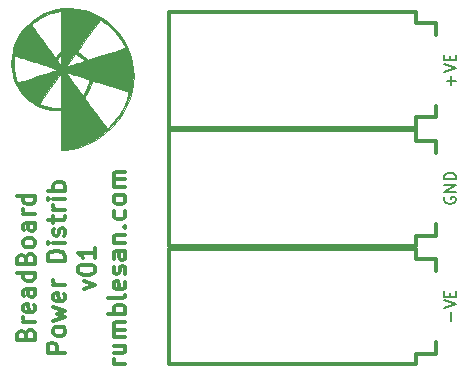
<source format=gto>
%TF.GenerationSoftware,KiCad,Pcbnew,(5.1.8-0-10_14)*%
%TF.CreationDate,2021-06-26T19:18:40+01:00*%
%TF.ProjectId,breadboard-power-distrib,62726561-6462-46f6-9172-642d706f7765,v01*%
%TF.SameCoordinates,Original*%
%TF.FileFunction,Legend,Top*%
%TF.FilePolarity,Positive*%
%FSLAX46Y46*%
G04 Gerber Fmt 4.6, Leading zero omitted, Abs format (unit mm)*
G04 Created by KiCad (PCBNEW (5.1.8-0-10_14)) date 2021-06-26 19:18:40*
%MOMM*%
%LPD*%
G01*
G04 APERTURE LIST*
%ADD10C,0.150000*%
%ADD11C,0.300000*%
%ADD12C,0.010000*%
G04 APERTURE END LIST*
D10*
X117821428Y-83761904D02*
X117821428Y-83000000D01*
X117202380Y-82666666D02*
X118202380Y-82333333D01*
X117202380Y-82000000D01*
X117678571Y-81666666D02*
X117678571Y-81333333D01*
X118202380Y-81190476D02*
X118202380Y-81666666D01*
X117202380Y-81666666D01*
X117202380Y-81190476D01*
X117250000Y-73261904D02*
X117202380Y-73357142D01*
X117202380Y-73500000D01*
X117250000Y-73642857D01*
X117345238Y-73738095D01*
X117440476Y-73785714D01*
X117630952Y-73833333D01*
X117773809Y-73833333D01*
X117964285Y-73785714D01*
X118059523Y-73738095D01*
X118154761Y-73642857D01*
X118202380Y-73500000D01*
X118202380Y-73404761D01*
X118154761Y-73261904D01*
X118107142Y-73214285D01*
X117773809Y-73214285D01*
X117773809Y-73404761D01*
X118202380Y-72785714D02*
X117202380Y-72785714D01*
X118202380Y-72214285D01*
X117202380Y-72214285D01*
X118202380Y-71738095D02*
X117202380Y-71738095D01*
X117202380Y-71500000D01*
X117250000Y-71357142D01*
X117345238Y-71261904D01*
X117440476Y-71214285D01*
X117630952Y-71166666D01*
X117773809Y-71166666D01*
X117964285Y-71214285D01*
X118059523Y-71261904D01*
X118154761Y-71357142D01*
X118202380Y-71500000D01*
X118202380Y-71738095D01*
X117821428Y-63761904D02*
X117821428Y-63000000D01*
X118202380Y-63380952D02*
X117440476Y-63380952D01*
X117202380Y-62666666D02*
X118202380Y-62333333D01*
X117202380Y-62000000D01*
X117678571Y-61666666D02*
X117678571Y-61333333D01*
X118202380Y-61190476D02*
X118202380Y-61666666D01*
X117202380Y-61666666D01*
X117202380Y-61190476D01*
D11*
X81792857Y-84857142D02*
X81864285Y-84642857D01*
X81935714Y-84571428D01*
X82078571Y-84500000D01*
X82292857Y-84500000D01*
X82435714Y-84571428D01*
X82507142Y-84642857D01*
X82578571Y-84785714D01*
X82578571Y-85357142D01*
X81078571Y-85357142D01*
X81078571Y-84857142D01*
X81150000Y-84714285D01*
X81221428Y-84642857D01*
X81364285Y-84571428D01*
X81507142Y-84571428D01*
X81650000Y-84642857D01*
X81721428Y-84714285D01*
X81792857Y-84857142D01*
X81792857Y-85357142D01*
X82578571Y-83857142D02*
X81578571Y-83857142D01*
X81864285Y-83857142D02*
X81721428Y-83785714D01*
X81650000Y-83714285D01*
X81578571Y-83571428D01*
X81578571Y-83428571D01*
X82507142Y-82357142D02*
X82578571Y-82500000D01*
X82578571Y-82785714D01*
X82507142Y-82928571D01*
X82364285Y-83000000D01*
X81792857Y-83000000D01*
X81650000Y-82928571D01*
X81578571Y-82785714D01*
X81578571Y-82500000D01*
X81650000Y-82357142D01*
X81792857Y-82285714D01*
X81935714Y-82285714D01*
X82078571Y-83000000D01*
X82578571Y-81000000D02*
X81792857Y-81000000D01*
X81650000Y-81071428D01*
X81578571Y-81214285D01*
X81578571Y-81500000D01*
X81650000Y-81642857D01*
X82507142Y-81000000D02*
X82578571Y-81142857D01*
X82578571Y-81500000D01*
X82507142Y-81642857D01*
X82364285Y-81714285D01*
X82221428Y-81714285D01*
X82078571Y-81642857D01*
X82007142Y-81500000D01*
X82007142Y-81142857D01*
X81935714Y-81000000D01*
X82578571Y-79642857D02*
X81078571Y-79642857D01*
X82507142Y-79642857D02*
X82578571Y-79785714D01*
X82578571Y-80071428D01*
X82507142Y-80214285D01*
X82435714Y-80285714D01*
X82292857Y-80357142D01*
X81864285Y-80357142D01*
X81721428Y-80285714D01*
X81650000Y-80214285D01*
X81578571Y-80071428D01*
X81578571Y-79785714D01*
X81650000Y-79642857D01*
X81792857Y-78428571D02*
X81864285Y-78214285D01*
X81935714Y-78142857D01*
X82078571Y-78071428D01*
X82292857Y-78071428D01*
X82435714Y-78142857D01*
X82507142Y-78214285D01*
X82578571Y-78357142D01*
X82578571Y-78928571D01*
X81078571Y-78928571D01*
X81078571Y-78428571D01*
X81150000Y-78285714D01*
X81221428Y-78214285D01*
X81364285Y-78142857D01*
X81507142Y-78142857D01*
X81650000Y-78214285D01*
X81721428Y-78285714D01*
X81792857Y-78428571D01*
X81792857Y-78928571D01*
X82578571Y-77214285D02*
X82507142Y-77357142D01*
X82435714Y-77428571D01*
X82292857Y-77500000D01*
X81864285Y-77500000D01*
X81721428Y-77428571D01*
X81650000Y-77357142D01*
X81578571Y-77214285D01*
X81578571Y-77000000D01*
X81650000Y-76857142D01*
X81721428Y-76785714D01*
X81864285Y-76714285D01*
X82292857Y-76714285D01*
X82435714Y-76785714D01*
X82507142Y-76857142D01*
X82578571Y-77000000D01*
X82578571Y-77214285D01*
X82578571Y-75428571D02*
X81792857Y-75428571D01*
X81650000Y-75500000D01*
X81578571Y-75642857D01*
X81578571Y-75928571D01*
X81650000Y-76071428D01*
X82507142Y-75428571D02*
X82578571Y-75571428D01*
X82578571Y-75928571D01*
X82507142Y-76071428D01*
X82364285Y-76142857D01*
X82221428Y-76142857D01*
X82078571Y-76071428D01*
X82007142Y-75928571D01*
X82007142Y-75571428D01*
X81935714Y-75428571D01*
X82578571Y-74714285D02*
X81578571Y-74714285D01*
X81864285Y-74714285D02*
X81721428Y-74642857D01*
X81650000Y-74571428D01*
X81578571Y-74428571D01*
X81578571Y-74285714D01*
X82578571Y-73142857D02*
X81078571Y-73142857D01*
X82507142Y-73142857D02*
X82578571Y-73285714D01*
X82578571Y-73571428D01*
X82507142Y-73714285D01*
X82435714Y-73785714D01*
X82292857Y-73857142D01*
X81864285Y-73857142D01*
X81721428Y-73785714D01*
X81650000Y-73714285D01*
X81578571Y-73571428D01*
X81578571Y-73285714D01*
X81650000Y-73142857D01*
X85128571Y-86428571D02*
X83628571Y-86428571D01*
X83628571Y-85857142D01*
X83700000Y-85714285D01*
X83771428Y-85642857D01*
X83914285Y-85571428D01*
X84128571Y-85571428D01*
X84271428Y-85642857D01*
X84342857Y-85714285D01*
X84414285Y-85857142D01*
X84414285Y-86428571D01*
X85128571Y-84714285D02*
X85057142Y-84857142D01*
X84985714Y-84928571D01*
X84842857Y-85000000D01*
X84414285Y-85000000D01*
X84271428Y-84928571D01*
X84200000Y-84857142D01*
X84128571Y-84714285D01*
X84128571Y-84500000D01*
X84200000Y-84357142D01*
X84271428Y-84285714D01*
X84414285Y-84214285D01*
X84842857Y-84214285D01*
X84985714Y-84285714D01*
X85057142Y-84357142D01*
X85128571Y-84500000D01*
X85128571Y-84714285D01*
X84128571Y-83714285D02*
X85128571Y-83428571D01*
X84414285Y-83142857D01*
X85128571Y-82857142D01*
X84128571Y-82571428D01*
X85057142Y-81428571D02*
X85128571Y-81571428D01*
X85128571Y-81857142D01*
X85057142Y-82000000D01*
X84914285Y-82071428D01*
X84342857Y-82071428D01*
X84200000Y-82000000D01*
X84128571Y-81857142D01*
X84128571Y-81571428D01*
X84200000Y-81428571D01*
X84342857Y-81357142D01*
X84485714Y-81357142D01*
X84628571Y-82071428D01*
X85128571Y-80714285D02*
X84128571Y-80714285D01*
X84414285Y-80714285D02*
X84271428Y-80642857D01*
X84200000Y-80571428D01*
X84128571Y-80428571D01*
X84128571Y-80285714D01*
X85128571Y-78642857D02*
X83628571Y-78642857D01*
X83628571Y-78285714D01*
X83700000Y-78071428D01*
X83842857Y-77928571D01*
X83985714Y-77857142D01*
X84271428Y-77785714D01*
X84485714Y-77785714D01*
X84771428Y-77857142D01*
X84914285Y-77928571D01*
X85057142Y-78071428D01*
X85128571Y-78285714D01*
X85128571Y-78642857D01*
X85128571Y-77142857D02*
X84128571Y-77142857D01*
X83628571Y-77142857D02*
X83700000Y-77214285D01*
X83771428Y-77142857D01*
X83700000Y-77071428D01*
X83628571Y-77142857D01*
X83771428Y-77142857D01*
X85057142Y-76500000D02*
X85128571Y-76357142D01*
X85128571Y-76071428D01*
X85057142Y-75928571D01*
X84914285Y-75857142D01*
X84842857Y-75857142D01*
X84700000Y-75928571D01*
X84628571Y-76071428D01*
X84628571Y-76285714D01*
X84557142Y-76428571D01*
X84414285Y-76500000D01*
X84342857Y-76500000D01*
X84200000Y-76428571D01*
X84128571Y-76285714D01*
X84128571Y-76071428D01*
X84200000Y-75928571D01*
X84128571Y-75428571D02*
X84128571Y-74857142D01*
X83628571Y-75214285D02*
X84914285Y-75214285D01*
X85057142Y-75142857D01*
X85128571Y-75000000D01*
X85128571Y-74857142D01*
X85128571Y-74357142D02*
X84128571Y-74357142D01*
X84414285Y-74357142D02*
X84271428Y-74285714D01*
X84200000Y-74214285D01*
X84128571Y-74071428D01*
X84128571Y-73928571D01*
X85128571Y-73428571D02*
X84128571Y-73428571D01*
X83628571Y-73428571D02*
X83700000Y-73500000D01*
X83771428Y-73428571D01*
X83700000Y-73357142D01*
X83628571Y-73428571D01*
X83771428Y-73428571D01*
X85128571Y-72714285D02*
X83628571Y-72714285D01*
X84200000Y-72714285D02*
X84128571Y-72571428D01*
X84128571Y-72285714D01*
X84200000Y-72142857D01*
X84271428Y-72071428D01*
X84414285Y-72000000D01*
X84842857Y-72000000D01*
X84985714Y-72071428D01*
X85057142Y-72142857D01*
X85128571Y-72285714D01*
X85128571Y-72571428D01*
X85057142Y-72714285D01*
X86678571Y-81035714D02*
X87678571Y-80678571D01*
X86678571Y-80321428D01*
X86178571Y-79464285D02*
X86178571Y-79321428D01*
X86250000Y-79178571D01*
X86321428Y-79107142D01*
X86464285Y-79035714D01*
X86750000Y-78964285D01*
X87107142Y-78964285D01*
X87392857Y-79035714D01*
X87535714Y-79107142D01*
X87607142Y-79178571D01*
X87678571Y-79321428D01*
X87678571Y-79464285D01*
X87607142Y-79607142D01*
X87535714Y-79678571D01*
X87392857Y-79750000D01*
X87107142Y-79821428D01*
X86750000Y-79821428D01*
X86464285Y-79750000D01*
X86321428Y-79678571D01*
X86250000Y-79607142D01*
X86178571Y-79464285D01*
X87678571Y-77535714D02*
X87678571Y-78392857D01*
X87678571Y-77964285D02*
X86178571Y-77964285D01*
X86392857Y-78107142D01*
X86535714Y-78250000D01*
X86607142Y-78392857D01*
X90228571Y-87392857D02*
X89228571Y-87392857D01*
X89514285Y-87392857D02*
X89371428Y-87321428D01*
X89300000Y-87250000D01*
X89228571Y-87107142D01*
X89228571Y-86964285D01*
X89228571Y-85821428D02*
X90228571Y-85821428D01*
X89228571Y-86464285D02*
X90014285Y-86464285D01*
X90157142Y-86392857D01*
X90228571Y-86250000D01*
X90228571Y-86035714D01*
X90157142Y-85892857D01*
X90085714Y-85821428D01*
X90228571Y-85107142D02*
X89228571Y-85107142D01*
X89371428Y-85107142D02*
X89300000Y-85035714D01*
X89228571Y-84892857D01*
X89228571Y-84678571D01*
X89300000Y-84535714D01*
X89442857Y-84464285D01*
X90228571Y-84464285D01*
X89442857Y-84464285D02*
X89300000Y-84392857D01*
X89228571Y-84250000D01*
X89228571Y-84035714D01*
X89300000Y-83892857D01*
X89442857Y-83821428D01*
X90228571Y-83821428D01*
X90228571Y-83107142D02*
X88728571Y-83107142D01*
X89300000Y-83107142D02*
X89228571Y-82964285D01*
X89228571Y-82678571D01*
X89300000Y-82535714D01*
X89371428Y-82464285D01*
X89514285Y-82392857D01*
X89942857Y-82392857D01*
X90085714Y-82464285D01*
X90157142Y-82535714D01*
X90228571Y-82678571D01*
X90228571Y-82964285D01*
X90157142Y-83107142D01*
X90228571Y-81535714D02*
X90157142Y-81678571D01*
X90014285Y-81750000D01*
X88728571Y-81750000D01*
X90157142Y-80392857D02*
X90228571Y-80535714D01*
X90228571Y-80821428D01*
X90157142Y-80964285D01*
X90014285Y-81035714D01*
X89442857Y-81035714D01*
X89300000Y-80964285D01*
X89228571Y-80821428D01*
X89228571Y-80535714D01*
X89300000Y-80392857D01*
X89442857Y-80321428D01*
X89585714Y-80321428D01*
X89728571Y-81035714D01*
X90157142Y-79750000D02*
X90228571Y-79607142D01*
X90228571Y-79321428D01*
X90157142Y-79178571D01*
X90014285Y-79107142D01*
X89942857Y-79107142D01*
X89800000Y-79178571D01*
X89728571Y-79321428D01*
X89728571Y-79535714D01*
X89657142Y-79678571D01*
X89514285Y-79750000D01*
X89442857Y-79750000D01*
X89300000Y-79678571D01*
X89228571Y-79535714D01*
X89228571Y-79321428D01*
X89300000Y-79178571D01*
X90228571Y-77821428D02*
X89442857Y-77821428D01*
X89300000Y-77892857D01*
X89228571Y-78035714D01*
X89228571Y-78321428D01*
X89300000Y-78464285D01*
X90157142Y-77821428D02*
X90228571Y-77964285D01*
X90228571Y-78321428D01*
X90157142Y-78464285D01*
X90014285Y-78535714D01*
X89871428Y-78535714D01*
X89728571Y-78464285D01*
X89657142Y-78321428D01*
X89657142Y-77964285D01*
X89585714Y-77821428D01*
X89228571Y-77107142D02*
X90228571Y-77107142D01*
X89371428Y-77107142D02*
X89300000Y-77035714D01*
X89228571Y-76892857D01*
X89228571Y-76678571D01*
X89300000Y-76535714D01*
X89442857Y-76464285D01*
X90228571Y-76464285D01*
X90085714Y-75750000D02*
X90157142Y-75678571D01*
X90228571Y-75750000D01*
X90157142Y-75821428D01*
X90085714Y-75750000D01*
X90228571Y-75750000D01*
X90157142Y-74392857D02*
X90228571Y-74535714D01*
X90228571Y-74821428D01*
X90157142Y-74964285D01*
X90085714Y-75035714D01*
X89942857Y-75107142D01*
X89514285Y-75107142D01*
X89371428Y-75035714D01*
X89300000Y-74964285D01*
X89228571Y-74821428D01*
X89228571Y-74535714D01*
X89300000Y-74392857D01*
X90228571Y-73535714D02*
X90157142Y-73678571D01*
X90085714Y-73750000D01*
X89942857Y-73821428D01*
X89514285Y-73821428D01*
X89371428Y-73750000D01*
X89300000Y-73678571D01*
X89228571Y-73535714D01*
X89228571Y-73321428D01*
X89300000Y-73178571D01*
X89371428Y-73107142D01*
X89514285Y-73035714D01*
X89942857Y-73035714D01*
X90085714Y-73107142D01*
X90157142Y-73178571D01*
X90228571Y-73321428D01*
X90228571Y-73535714D01*
X90228571Y-72392857D02*
X89228571Y-72392857D01*
X89371428Y-72392857D02*
X89300000Y-72321428D01*
X89228571Y-72178571D01*
X89228571Y-71964285D01*
X89300000Y-71821428D01*
X89442857Y-71750000D01*
X90228571Y-71750000D01*
X89442857Y-71750000D02*
X89300000Y-71678571D01*
X89228571Y-71535714D01*
X89228571Y-71321428D01*
X89300000Y-71178571D01*
X89442857Y-71107142D01*
X90228571Y-71107142D01*
%TO.C,J3*%
X116550000Y-65500000D02*
X116550000Y-66500000D01*
X116550000Y-66500000D02*
X114850000Y-66500000D01*
X114850000Y-66500000D02*
X114850000Y-67400000D01*
X114850000Y-67400000D02*
X93950000Y-67400000D01*
X93950000Y-67400000D02*
X93950000Y-57600000D01*
X93950000Y-57600000D02*
X114850000Y-57600000D01*
X114850000Y-57600000D02*
X114850000Y-58500000D01*
X114850000Y-58500000D02*
X116550000Y-58500000D01*
X116550000Y-58500000D02*
X116550000Y-59500000D01*
%TO.C,J4*%
X116550000Y-75500000D02*
X116550000Y-76500000D01*
X116550000Y-76500000D02*
X114850000Y-76500000D01*
X114850000Y-76500000D02*
X114850000Y-77400000D01*
X114850000Y-77400000D02*
X93950000Y-77400000D01*
X93950000Y-77400000D02*
X93950000Y-67600000D01*
X93950000Y-67600000D02*
X114850000Y-67600000D01*
X114850000Y-67600000D02*
X114850000Y-68500000D01*
X114850000Y-68500000D02*
X116550000Y-68500000D01*
X116550000Y-68500000D02*
X116550000Y-69500000D01*
%TO.C,J5*%
X116550000Y-85500000D02*
X116550000Y-86500000D01*
X116550000Y-86500000D02*
X114850000Y-86500000D01*
X114850000Y-86500000D02*
X114850000Y-87400000D01*
X114850000Y-87400000D02*
X93950000Y-87400000D01*
X93950000Y-87400000D02*
X93950000Y-77600000D01*
X93950000Y-77600000D02*
X114850000Y-77600000D01*
X114850000Y-77600000D02*
X114850000Y-78500000D01*
X114850000Y-78500000D02*
X116550000Y-78500000D01*
X116550000Y-78500000D02*
X116550000Y-79500000D01*
D12*
%TO.C,H1*%
G36*
X86122799Y-57312797D02*
G01*
X86692938Y-57426106D01*
X87040328Y-57527846D01*
X87601868Y-57748058D01*
X88133657Y-58026445D01*
X88631437Y-58358717D01*
X89090951Y-58740585D01*
X89507944Y-59167760D01*
X89878157Y-59635952D01*
X90197334Y-60140872D01*
X90461218Y-60678229D01*
X90637304Y-61152380D01*
X90795433Y-61757990D01*
X90887610Y-62372950D01*
X90914220Y-62992934D01*
X90875649Y-63613615D01*
X90772283Y-64230669D01*
X90604507Y-64839767D01*
X90372707Y-65436585D01*
X90228453Y-65737792D01*
X89897993Y-66312105D01*
X89516498Y-66844309D01*
X89087568Y-67331669D01*
X88614802Y-67771449D01*
X88101799Y-68160913D01*
X87552160Y-68497326D01*
X86969485Y-68777954D01*
X86357372Y-69000060D01*
X85725371Y-69159721D01*
X85487238Y-69204242D01*
X85270809Y-69238760D01*
X85085381Y-69262246D01*
X84940253Y-69273669D01*
X84844720Y-69271998D01*
X84810770Y-69261103D01*
X84805768Y-69223104D01*
X84801091Y-69123944D01*
X84796837Y-68970195D01*
X84793103Y-68768429D01*
X84789988Y-68525218D01*
X84787591Y-68247133D01*
X84786008Y-67940748D01*
X84785338Y-67612634D01*
X84785322Y-67556002D01*
X84785274Y-65876780D01*
X84302722Y-65872638D01*
X83931175Y-65855497D01*
X83598775Y-65807387D01*
X83281985Y-65722995D01*
X82957269Y-65597012D01*
X82837109Y-65541977D01*
X82483619Y-65347184D01*
X82922703Y-65347184D01*
X82953657Y-65379546D01*
X83038241Y-65422674D01*
X83164040Y-65472309D01*
X83318640Y-65524189D01*
X83489625Y-65574054D01*
X83664580Y-65617644D01*
X83781569Y-65641919D01*
X83894299Y-65657182D01*
X84040014Y-65668675D01*
X84203726Y-65676222D01*
X84370450Y-65679648D01*
X84525200Y-65678777D01*
X84652988Y-65673434D01*
X84738830Y-65663443D01*
X84766073Y-65653453D01*
X84770136Y-65616366D01*
X84773512Y-65518660D01*
X84776146Y-65367446D01*
X84777983Y-65169835D01*
X84778968Y-64932938D01*
X84778990Y-64856808D01*
X86774212Y-64856808D01*
X86808205Y-64907566D01*
X86875793Y-65003435D01*
X86972204Y-65137923D01*
X87092668Y-65304541D01*
X87232412Y-65496797D01*
X87386664Y-65708201D01*
X87550654Y-65932263D01*
X87719610Y-66162492D01*
X87888759Y-66392397D01*
X88053332Y-66615489D01*
X88208555Y-66825276D01*
X88349657Y-67015269D01*
X88471867Y-67178976D01*
X88570414Y-67309907D01*
X88640525Y-67401572D01*
X88677429Y-67447480D01*
X88681790Y-67451580D01*
X88713503Y-67428507D01*
X88780449Y-67366237D01*
X88871757Y-67275191D01*
X88944667Y-67199581D01*
X89376587Y-66700052D01*
X89751763Y-66171747D01*
X90067562Y-65619158D01*
X90321351Y-65046778D01*
X90474822Y-64588586D01*
X90533801Y-64384126D01*
X88979878Y-63880716D01*
X88669962Y-63780662D01*
X88380171Y-63687777D01*
X88116769Y-63604020D01*
X87886022Y-63531351D01*
X87694195Y-63471732D01*
X87547551Y-63427122D01*
X87452357Y-63399482D01*
X87414877Y-63390772D01*
X87414586Y-63390910D01*
X87401475Y-63428162D01*
X87377607Y-63513500D01*
X87347938Y-63629123D01*
X87345308Y-63639773D01*
X87244430Y-63950344D01*
X87095668Y-64270898D01*
X86909984Y-64577874D01*
X86906520Y-64582914D01*
X86823843Y-64712934D01*
X86778680Y-64806999D01*
X86774212Y-64856808D01*
X84778990Y-64856808D01*
X84779046Y-64663866D01*
X84778163Y-64369731D01*
X84777275Y-64204266D01*
X84768437Y-62775206D01*
X83845570Y-64044363D01*
X83657767Y-64303342D01*
X83482790Y-64545996D01*
X83324580Y-64766763D01*
X83187076Y-64960082D01*
X83074220Y-65120389D01*
X82989949Y-65242123D01*
X82938206Y-65319721D01*
X82922703Y-65347184D01*
X82483619Y-65347184D01*
X82379362Y-65289733D01*
X81968453Y-64991089D01*
X81606184Y-64650231D01*
X81294354Y-64271349D01*
X81034764Y-63858632D01*
X80829213Y-63416268D01*
X80679504Y-62948446D01*
X80587434Y-62459354D01*
X80554806Y-61953182D01*
X80559578Y-61866606D01*
X80756040Y-61866606D01*
X80760288Y-62069717D01*
X80772356Y-62273850D01*
X80792548Y-62467932D01*
X80805803Y-62557847D01*
X80843645Y-62755690D01*
X80890452Y-62952236D01*
X80942665Y-63136977D01*
X80996725Y-63299402D01*
X81049073Y-63429002D01*
X81096151Y-63515270D01*
X81134400Y-63547694D01*
X81140681Y-63546792D01*
X81179518Y-63533867D01*
X81276456Y-63502119D01*
X81425162Y-63453609D01*
X81619305Y-63390398D01*
X81852551Y-63314545D01*
X82118568Y-63228111D01*
X82411023Y-63133157D01*
X82723584Y-63031741D01*
X82770303Y-63016588D01*
X83084370Y-62914537D01*
X83378478Y-62818606D01*
X83646409Y-62730848D01*
X83881946Y-62653318D01*
X83887776Y-62651386D01*
X85166634Y-62651386D01*
X85879339Y-63629948D01*
X86044589Y-63855176D01*
X86198278Y-64061463D01*
X86335701Y-64242735D01*
X86452152Y-64392918D01*
X86542926Y-64505937D01*
X86603317Y-64575721D01*
X86628171Y-64596469D01*
X86663250Y-64564181D01*
X86723008Y-64489809D01*
X86795585Y-64388300D01*
X86808564Y-64369093D01*
X86913353Y-64191580D01*
X87011924Y-63986847D01*
X87095400Y-63776709D01*
X87154905Y-63582981D01*
X87178726Y-63459385D01*
X87197183Y-63302914D01*
X86524677Y-63086305D01*
X86295046Y-63012407D01*
X86061598Y-62937393D01*
X85841412Y-62866744D01*
X85651567Y-62805939D01*
X85509402Y-62760541D01*
X85166634Y-62651386D01*
X83887776Y-62651386D01*
X84078873Y-62588067D01*
X84230972Y-62537151D01*
X84332027Y-62502623D01*
X84375819Y-62486537D01*
X84377088Y-62485820D01*
X84382183Y-62465269D01*
X84357795Y-62438427D01*
X84300066Y-62403828D01*
X84205136Y-62360004D01*
X84069145Y-62305489D01*
X83888233Y-62238816D01*
X83819433Y-62214764D01*
X85191770Y-62214764D01*
X85222184Y-62208074D01*
X85306377Y-62183633D01*
X85433777Y-62144823D01*
X85593811Y-62095026D01*
X85775905Y-62037625D01*
X85969487Y-61976000D01*
X86163983Y-61913535D01*
X86348822Y-61853611D01*
X86513429Y-61799609D01*
X86647233Y-61754913D01*
X86739660Y-61722903D01*
X86780137Y-61706962D01*
X86780814Y-61706481D01*
X86772953Y-61673207D01*
X86719400Y-61612218D01*
X86631466Y-61532382D01*
X86520464Y-61442566D01*
X86397706Y-61351640D01*
X86274504Y-61268470D01*
X86162170Y-61201925D01*
X86096885Y-61170327D01*
X85977583Y-61120479D01*
X85584676Y-61661394D01*
X85464327Y-61827680D01*
X85358881Y-61974524D01*
X85274366Y-62093437D01*
X85216809Y-62175929D01*
X85192238Y-62213510D01*
X85191770Y-62214764D01*
X83819433Y-62214764D01*
X83658542Y-62158518D01*
X83376212Y-62063127D01*
X83037382Y-61951178D01*
X82638194Y-61821203D01*
X82572454Y-61799926D01*
X82247807Y-61695184D01*
X82093589Y-61645679D01*
X84437685Y-61645679D01*
X84602663Y-61873163D01*
X84679167Y-61977287D01*
X84739145Y-62056356D01*
X84772800Y-62097548D01*
X84776506Y-62100647D01*
X84779795Y-62068871D01*
X84782532Y-61981905D01*
X84784465Y-61852290D01*
X84785343Y-61692570D01*
X84785370Y-61658074D01*
X84785370Y-61215501D01*
X84689367Y-61283861D01*
X84614153Y-61356673D01*
X84538985Y-61458585D01*
X84515525Y-61498950D01*
X84437685Y-61645679D01*
X82093589Y-61645679D01*
X81942065Y-61597039D01*
X81661389Y-61507437D01*
X81411937Y-61428318D01*
X81199870Y-61361626D01*
X81031346Y-61309303D01*
X80912526Y-61273293D01*
X80849569Y-61255537D01*
X80841505Y-61253980D01*
X80811196Y-61285868D01*
X80787192Y-61374149D01*
X80769796Y-61507748D01*
X80759311Y-61675592D01*
X80756040Y-61866606D01*
X80559578Y-61866606D01*
X80583419Y-61434116D01*
X80675074Y-60906348D01*
X80739159Y-60660911D01*
X80909546Y-60187189D01*
X81140736Y-59724467D01*
X81425832Y-59281604D01*
X81757936Y-58867458D01*
X81970936Y-58651966D01*
X82279236Y-58651966D01*
X82298330Y-58682525D01*
X82352582Y-58761436D01*
X82437444Y-58882383D01*
X82548373Y-59039051D01*
X82680822Y-59225124D01*
X82830245Y-59434287D01*
X82992096Y-59660225D01*
X83161831Y-59896623D01*
X83334903Y-60137164D01*
X83506766Y-60375535D01*
X83672874Y-60605419D01*
X83828683Y-60820501D01*
X83969646Y-61014466D01*
X84091217Y-61180998D01*
X84188851Y-61313782D01*
X84258002Y-61406503D01*
X84294124Y-61452845D01*
X84298269Y-61456984D01*
X84317407Y-61431703D01*
X84361507Y-61367288D01*
X84389665Y-61325066D01*
X84470874Y-61225933D01*
X84577776Y-61124247D01*
X84631232Y-61082258D01*
X84785370Y-60971565D01*
X84785370Y-60943255D01*
X86106000Y-60943255D01*
X86329734Y-61068375D01*
X86463450Y-61154002D01*
X86614644Y-61267273D01*
X86754534Y-61386354D01*
X86778552Y-61408877D01*
X86880272Y-61503562D01*
X86964758Y-61577301D01*
X87019571Y-61619467D01*
X87031928Y-61625387D01*
X87068850Y-61615445D01*
X87163818Y-61586504D01*
X87310487Y-61540586D01*
X87502513Y-61479709D01*
X87733553Y-61405896D01*
X87997261Y-61321165D01*
X88287295Y-61227537D01*
X88597310Y-61127033D01*
X88619544Y-61119809D01*
X88930287Y-61018631D01*
X89221013Y-60923583D01*
X89485443Y-60836744D01*
X89717296Y-60760196D01*
X89910291Y-60696019D01*
X90058148Y-60646294D01*
X90154587Y-60613103D01*
X90193328Y-60598525D01*
X90193729Y-60598243D01*
X90188675Y-60559121D01*
X90152267Y-60473714D01*
X90090086Y-60352514D01*
X90007712Y-60206015D01*
X89910724Y-60044709D01*
X89840088Y-59933180D01*
X89604631Y-59599980D01*
X89336620Y-59272856D01*
X89056721Y-58976299D01*
X88939688Y-58865935D01*
X88804975Y-58748804D01*
X88657698Y-58628806D01*
X88508225Y-58513465D01*
X88366926Y-58410307D01*
X88244167Y-58326854D01*
X88150318Y-58270632D01*
X88095746Y-58249164D01*
X88090508Y-58249687D01*
X88064821Y-58278168D01*
X88003985Y-58355199D01*
X87912631Y-58474507D01*
X87795394Y-58629824D01*
X87656907Y-58814879D01*
X87501804Y-59023402D01*
X87334717Y-59249123D01*
X87160280Y-59485771D01*
X86983127Y-59727077D01*
X86807891Y-59966771D01*
X86639205Y-60198581D01*
X86481703Y-60416239D01*
X86340017Y-60613474D01*
X86241780Y-60751484D01*
X86106000Y-60943255D01*
X84785370Y-60943255D01*
X84785370Y-59233172D01*
X84784759Y-58791000D01*
X84782911Y-58415497D01*
X84779804Y-58105608D01*
X84775419Y-57860279D01*
X84769732Y-57678458D01*
X84762723Y-57559089D01*
X84754371Y-57501119D01*
X84750075Y-57494780D01*
X84701907Y-57501093D01*
X84606219Y-57517811D01*
X84481816Y-57541610D01*
X84453742Y-57547208D01*
X83957210Y-57676852D01*
X83468865Y-57861923D01*
X83008896Y-58094210D01*
X82812388Y-58214663D01*
X82634745Y-58335135D01*
X82484727Y-58446063D01*
X82370284Y-58540928D01*
X82299363Y-58613211D01*
X82279236Y-58651966D01*
X81970936Y-58651966D01*
X82130152Y-58490888D01*
X82535582Y-58160754D01*
X82844689Y-57956481D01*
X83347065Y-57694393D01*
X83874228Y-57493492D01*
X84420779Y-57354331D01*
X84981323Y-57277460D01*
X85550462Y-57263432D01*
X86122799Y-57312797D01*
G37*
X86122799Y-57312797D02*
X86692938Y-57426106D01*
X87040328Y-57527846D01*
X87601868Y-57748058D01*
X88133657Y-58026445D01*
X88631437Y-58358717D01*
X89090951Y-58740585D01*
X89507944Y-59167760D01*
X89878157Y-59635952D01*
X90197334Y-60140872D01*
X90461218Y-60678229D01*
X90637304Y-61152380D01*
X90795433Y-61757990D01*
X90887610Y-62372950D01*
X90914220Y-62992934D01*
X90875649Y-63613615D01*
X90772283Y-64230669D01*
X90604507Y-64839767D01*
X90372707Y-65436585D01*
X90228453Y-65737792D01*
X89897993Y-66312105D01*
X89516498Y-66844309D01*
X89087568Y-67331669D01*
X88614802Y-67771449D01*
X88101799Y-68160913D01*
X87552160Y-68497326D01*
X86969485Y-68777954D01*
X86357372Y-69000060D01*
X85725371Y-69159721D01*
X85487238Y-69204242D01*
X85270809Y-69238760D01*
X85085381Y-69262246D01*
X84940253Y-69273669D01*
X84844720Y-69271998D01*
X84810770Y-69261103D01*
X84805768Y-69223104D01*
X84801091Y-69123944D01*
X84796837Y-68970195D01*
X84793103Y-68768429D01*
X84789988Y-68525218D01*
X84787591Y-68247133D01*
X84786008Y-67940748D01*
X84785338Y-67612634D01*
X84785322Y-67556002D01*
X84785274Y-65876780D01*
X84302722Y-65872638D01*
X83931175Y-65855497D01*
X83598775Y-65807387D01*
X83281985Y-65722995D01*
X82957269Y-65597012D01*
X82837109Y-65541977D01*
X82483619Y-65347184D01*
X82922703Y-65347184D01*
X82953657Y-65379546D01*
X83038241Y-65422674D01*
X83164040Y-65472309D01*
X83318640Y-65524189D01*
X83489625Y-65574054D01*
X83664580Y-65617644D01*
X83781569Y-65641919D01*
X83894299Y-65657182D01*
X84040014Y-65668675D01*
X84203726Y-65676222D01*
X84370450Y-65679648D01*
X84525200Y-65678777D01*
X84652988Y-65673434D01*
X84738830Y-65663443D01*
X84766073Y-65653453D01*
X84770136Y-65616366D01*
X84773512Y-65518660D01*
X84776146Y-65367446D01*
X84777983Y-65169835D01*
X84778968Y-64932938D01*
X84778990Y-64856808D01*
X86774212Y-64856808D01*
X86808205Y-64907566D01*
X86875793Y-65003435D01*
X86972204Y-65137923D01*
X87092668Y-65304541D01*
X87232412Y-65496797D01*
X87386664Y-65708201D01*
X87550654Y-65932263D01*
X87719610Y-66162492D01*
X87888759Y-66392397D01*
X88053332Y-66615489D01*
X88208555Y-66825276D01*
X88349657Y-67015269D01*
X88471867Y-67178976D01*
X88570414Y-67309907D01*
X88640525Y-67401572D01*
X88677429Y-67447480D01*
X88681790Y-67451580D01*
X88713503Y-67428507D01*
X88780449Y-67366237D01*
X88871757Y-67275191D01*
X88944667Y-67199581D01*
X89376587Y-66700052D01*
X89751763Y-66171747D01*
X90067562Y-65619158D01*
X90321351Y-65046778D01*
X90474822Y-64588586D01*
X90533801Y-64384126D01*
X88979878Y-63880716D01*
X88669962Y-63780662D01*
X88380171Y-63687777D01*
X88116769Y-63604020D01*
X87886022Y-63531351D01*
X87694195Y-63471732D01*
X87547551Y-63427122D01*
X87452357Y-63399482D01*
X87414877Y-63390772D01*
X87414586Y-63390910D01*
X87401475Y-63428162D01*
X87377607Y-63513500D01*
X87347938Y-63629123D01*
X87345308Y-63639773D01*
X87244430Y-63950344D01*
X87095668Y-64270898D01*
X86909984Y-64577874D01*
X86906520Y-64582914D01*
X86823843Y-64712934D01*
X86778680Y-64806999D01*
X86774212Y-64856808D01*
X84778990Y-64856808D01*
X84779046Y-64663866D01*
X84778163Y-64369731D01*
X84777275Y-64204266D01*
X84768437Y-62775206D01*
X83845570Y-64044363D01*
X83657767Y-64303342D01*
X83482790Y-64545996D01*
X83324580Y-64766763D01*
X83187076Y-64960082D01*
X83074220Y-65120389D01*
X82989949Y-65242123D01*
X82938206Y-65319721D01*
X82922703Y-65347184D01*
X82483619Y-65347184D01*
X82379362Y-65289733D01*
X81968453Y-64991089D01*
X81606184Y-64650231D01*
X81294354Y-64271349D01*
X81034764Y-63858632D01*
X80829213Y-63416268D01*
X80679504Y-62948446D01*
X80587434Y-62459354D01*
X80554806Y-61953182D01*
X80559578Y-61866606D01*
X80756040Y-61866606D01*
X80760288Y-62069717D01*
X80772356Y-62273850D01*
X80792548Y-62467932D01*
X80805803Y-62557847D01*
X80843645Y-62755690D01*
X80890452Y-62952236D01*
X80942665Y-63136977D01*
X80996725Y-63299402D01*
X81049073Y-63429002D01*
X81096151Y-63515270D01*
X81134400Y-63547694D01*
X81140681Y-63546792D01*
X81179518Y-63533867D01*
X81276456Y-63502119D01*
X81425162Y-63453609D01*
X81619305Y-63390398D01*
X81852551Y-63314545D01*
X82118568Y-63228111D01*
X82411023Y-63133157D01*
X82723584Y-63031741D01*
X82770303Y-63016588D01*
X83084370Y-62914537D01*
X83378478Y-62818606D01*
X83646409Y-62730848D01*
X83881946Y-62653318D01*
X83887776Y-62651386D01*
X85166634Y-62651386D01*
X85879339Y-63629948D01*
X86044589Y-63855176D01*
X86198278Y-64061463D01*
X86335701Y-64242735D01*
X86452152Y-64392918D01*
X86542926Y-64505937D01*
X86603317Y-64575721D01*
X86628171Y-64596469D01*
X86663250Y-64564181D01*
X86723008Y-64489809D01*
X86795585Y-64388300D01*
X86808564Y-64369093D01*
X86913353Y-64191580D01*
X87011924Y-63986847D01*
X87095400Y-63776709D01*
X87154905Y-63582981D01*
X87178726Y-63459385D01*
X87197183Y-63302914D01*
X86524677Y-63086305D01*
X86295046Y-63012407D01*
X86061598Y-62937393D01*
X85841412Y-62866744D01*
X85651567Y-62805939D01*
X85509402Y-62760541D01*
X85166634Y-62651386D01*
X83887776Y-62651386D01*
X84078873Y-62588067D01*
X84230972Y-62537151D01*
X84332027Y-62502623D01*
X84375819Y-62486537D01*
X84377088Y-62485820D01*
X84382183Y-62465269D01*
X84357795Y-62438427D01*
X84300066Y-62403828D01*
X84205136Y-62360004D01*
X84069145Y-62305489D01*
X83888233Y-62238816D01*
X83819433Y-62214764D01*
X85191770Y-62214764D01*
X85222184Y-62208074D01*
X85306377Y-62183633D01*
X85433777Y-62144823D01*
X85593811Y-62095026D01*
X85775905Y-62037625D01*
X85969487Y-61976000D01*
X86163983Y-61913535D01*
X86348822Y-61853611D01*
X86513429Y-61799609D01*
X86647233Y-61754913D01*
X86739660Y-61722903D01*
X86780137Y-61706962D01*
X86780814Y-61706481D01*
X86772953Y-61673207D01*
X86719400Y-61612218D01*
X86631466Y-61532382D01*
X86520464Y-61442566D01*
X86397706Y-61351640D01*
X86274504Y-61268470D01*
X86162170Y-61201925D01*
X86096885Y-61170327D01*
X85977583Y-61120479D01*
X85584676Y-61661394D01*
X85464327Y-61827680D01*
X85358881Y-61974524D01*
X85274366Y-62093437D01*
X85216809Y-62175929D01*
X85192238Y-62213510D01*
X85191770Y-62214764D01*
X83819433Y-62214764D01*
X83658542Y-62158518D01*
X83376212Y-62063127D01*
X83037382Y-61951178D01*
X82638194Y-61821203D01*
X82572454Y-61799926D01*
X82247807Y-61695184D01*
X82093589Y-61645679D01*
X84437685Y-61645679D01*
X84602663Y-61873163D01*
X84679167Y-61977287D01*
X84739145Y-62056356D01*
X84772800Y-62097548D01*
X84776506Y-62100647D01*
X84779795Y-62068871D01*
X84782532Y-61981905D01*
X84784465Y-61852290D01*
X84785343Y-61692570D01*
X84785370Y-61658074D01*
X84785370Y-61215501D01*
X84689367Y-61283861D01*
X84614153Y-61356673D01*
X84538985Y-61458585D01*
X84515525Y-61498950D01*
X84437685Y-61645679D01*
X82093589Y-61645679D01*
X81942065Y-61597039D01*
X81661389Y-61507437D01*
X81411937Y-61428318D01*
X81199870Y-61361626D01*
X81031346Y-61309303D01*
X80912526Y-61273293D01*
X80849569Y-61255537D01*
X80841505Y-61253980D01*
X80811196Y-61285868D01*
X80787192Y-61374149D01*
X80769796Y-61507748D01*
X80759311Y-61675592D01*
X80756040Y-61866606D01*
X80559578Y-61866606D01*
X80583419Y-61434116D01*
X80675074Y-60906348D01*
X80739159Y-60660911D01*
X80909546Y-60187189D01*
X81140736Y-59724467D01*
X81425832Y-59281604D01*
X81757936Y-58867458D01*
X81970936Y-58651966D01*
X82279236Y-58651966D01*
X82298330Y-58682525D01*
X82352582Y-58761436D01*
X82437444Y-58882383D01*
X82548373Y-59039051D01*
X82680822Y-59225124D01*
X82830245Y-59434287D01*
X82992096Y-59660225D01*
X83161831Y-59896623D01*
X83334903Y-60137164D01*
X83506766Y-60375535D01*
X83672874Y-60605419D01*
X83828683Y-60820501D01*
X83969646Y-61014466D01*
X84091217Y-61180998D01*
X84188851Y-61313782D01*
X84258002Y-61406503D01*
X84294124Y-61452845D01*
X84298269Y-61456984D01*
X84317407Y-61431703D01*
X84361507Y-61367288D01*
X84389665Y-61325066D01*
X84470874Y-61225933D01*
X84577776Y-61124247D01*
X84631232Y-61082258D01*
X84785370Y-60971565D01*
X84785370Y-60943255D01*
X86106000Y-60943255D01*
X86329734Y-61068375D01*
X86463450Y-61154002D01*
X86614644Y-61267273D01*
X86754534Y-61386354D01*
X86778552Y-61408877D01*
X86880272Y-61503562D01*
X86964758Y-61577301D01*
X87019571Y-61619467D01*
X87031928Y-61625387D01*
X87068850Y-61615445D01*
X87163818Y-61586504D01*
X87310487Y-61540586D01*
X87502513Y-61479709D01*
X87733553Y-61405896D01*
X87997261Y-61321165D01*
X88287295Y-61227537D01*
X88597310Y-61127033D01*
X88619544Y-61119809D01*
X88930287Y-61018631D01*
X89221013Y-60923583D01*
X89485443Y-60836744D01*
X89717296Y-60760196D01*
X89910291Y-60696019D01*
X90058148Y-60646294D01*
X90154587Y-60613103D01*
X90193328Y-60598525D01*
X90193729Y-60598243D01*
X90188675Y-60559121D01*
X90152267Y-60473714D01*
X90090086Y-60352514D01*
X90007712Y-60206015D01*
X89910724Y-60044709D01*
X89840088Y-59933180D01*
X89604631Y-59599980D01*
X89336620Y-59272856D01*
X89056721Y-58976299D01*
X88939688Y-58865935D01*
X88804975Y-58748804D01*
X88657698Y-58628806D01*
X88508225Y-58513465D01*
X88366926Y-58410307D01*
X88244167Y-58326854D01*
X88150318Y-58270632D01*
X88095746Y-58249164D01*
X88090508Y-58249687D01*
X88064821Y-58278168D01*
X88003985Y-58355199D01*
X87912631Y-58474507D01*
X87795394Y-58629824D01*
X87656907Y-58814879D01*
X87501804Y-59023402D01*
X87334717Y-59249123D01*
X87160280Y-59485771D01*
X86983127Y-59727077D01*
X86807891Y-59966771D01*
X86639205Y-60198581D01*
X86481703Y-60416239D01*
X86340017Y-60613474D01*
X86241780Y-60751484D01*
X86106000Y-60943255D01*
X84785370Y-60943255D01*
X84785370Y-59233172D01*
X84784759Y-58791000D01*
X84782911Y-58415497D01*
X84779804Y-58105608D01*
X84775419Y-57860279D01*
X84769732Y-57678458D01*
X84762723Y-57559089D01*
X84754371Y-57501119D01*
X84750075Y-57494780D01*
X84701907Y-57501093D01*
X84606219Y-57517811D01*
X84481816Y-57541610D01*
X84453742Y-57547208D01*
X83957210Y-57676852D01*
X83468865Y-57861923D01*
X83008896Y-58094210D01*
X82812388Y-58214663D01*
X82634745Y-58335135D01*
X82484727Y-58446063D01*
X82370284Y-58540928D01*
X82299363Y-58613211D01*
X82279236Y-58651966D01*
X81970936Y-58651966D01*
X82130152Y-58490888D01*
X82535582Y-58160754D01*
X82844689Y-57956481D01*
X83347065Y-57694393D01*
X83874228Y-57493492D01*
X84420779Y-57354331D01*
X84981323Y-57277460D01*
X85550462Y-57263432D01*
X86122799Y-57312797D01*
%TD*%
M02*

</source>
